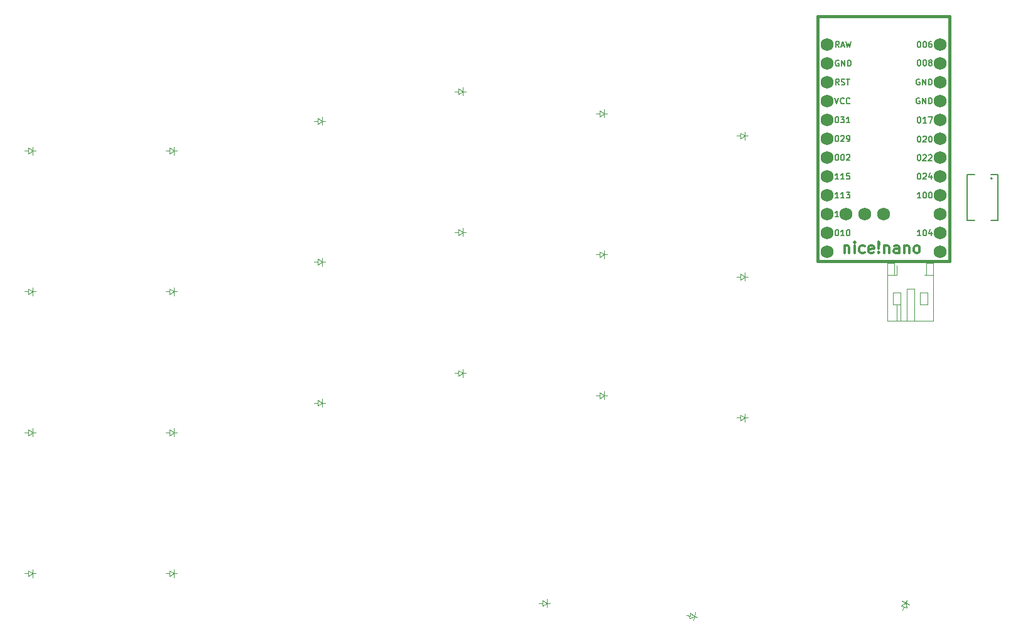
<source format=gto>
%TF.GenerationSoftware,KiCad,Pcbnew,9.0.2*%
%TF.CreationDate,2025-06-03T16:56:12+08:00*%
%TF.ProjectId,experiment,65787065-7269-46d6-956e-742e6b696361,v1.0.0*%
%TF.SameCoordinates,Original*%
%TF.FileFunction,Legend,Top*%
%TF.FilePolarity,Positive*%
%FSLAX46Y46*%
G04 Gerber Fmt 4.6, Leading zero omitted, Abs format (unit mm)*
G04 Created by KiCad (PCBNEW 9.0.2) date 2025-06-03 16:56:12*
%MOMM*%
%LPD*%
G01*
G04 APERTURE LIST*
%ADD10C,0.150000*%
%ADD11C,0.300000*%
%ADD12C,0.100000*%
%ADD13C,0.120000*%
%ADD14C,0.200000*%
%ADD15C,0.381000*%
%ADD16C,1.752600*%
G04 APERTURE END LIST*
D10*
X242331975Y-104239795D02*
X241874832Y-104239795D01*
X242103404Y-104239795D02*
X242103404Y-103439795D01*
X242103404Y-103439795D02*
X242027213Y-103554080D01*
X242027213Y-103554080D02*
X241951023Y-103630271D01*
X241951023Y-103630271D02*
X241874832Y-103668366D01*
X243093880Y-104239795D02*
X242636737Y-104239795D01*
X242865309Y-104239795D02*
X242865309Y-103439795D01*
X242865309Y-103439795D02*
X242789118Y-103554080D01*
X242789118Y-103554080D02*
X242712928Y-103630271D01*
X242712928Y-103630271D02*
X242636737Y-103668366D01*
X243817690Y-103439795D02*
X243436738Y-103439795D01*
X243436738Y-103439795D02*
X243398642Y-103820747D01*
X243398642Y-103820747D02*
X243436738Y-103782652D01*
X243436738Y-103782652D02*
X243512928Y-103744557D01*
X243512928Y-103744557D02*
X243703404Y-103744557D01*
X243703404Y-103744557D02*
X243779595Y-103782652D01*
X243779595Y-103782652D02*
X243817690Y-103820747D01*
X243817690Y-103820747D02*
X243855785Y-103896938D01*
X243855785Y-103896938D02*
X243855785Y-104087414D01*
X243855785Y-104087414D02*
X243817690Y-104163604D01*
X243817690Y-104163604D02*
X243779595Y-104201700D01*
X243779595Y-104201700D02*
X243703404Y-104239795D01*
X243703404Y-104239795D02*
X243512928Y-104239795D01*
X243512928Y-104239795D02*
X243436738Y-104201700D01*
X243436738Y-104201700D02*
X243398642Y-104163604D01*
X242065309Y-111059795D02*
X242141499Y-111059795D01*
X242141499Y-111059795D02*
X242217690Y-111097890D01*
X242217690Y-111097890D02*
X242255785Y-111135985D01*
X242255785Y-111135985D02*
X242293880Y-111212176D01*
X242293880Y-111212176D02*
X242331975Y-111364557D01*
X242331975Y-111364557D02*
X242331975Y-111555033D01*
X242331975Y-111555033D02*
X242293880Y-111707414D01*
X242293880Y-111707414D02*
X242255785Y-111783604D01*
X242255785Y-111783604D02*
X242217690Y-111821700D01*
X242217690Y-111821700D02*
X242141499Y-111859795D01*
X242141499Y-111859795D02*
X242065309Y-111859795D01*
X242065309Y-111859795D02*
X241989118Y-111821700D01*
X241989118Y-111821700D02*
X241951023Y-111783604D01*
X241951023Y-111783604D02*
X241912928Y-111707414D01*
X241912928Y-111707414D02*
X241874832Y-111555033D01*
X241874832Y-111555033D02*
X241874832Y-111364557D01*
X241874832Y-111364557D02*
X241912928Y-111212176D01*
X241912928Y-111212176D02*
X241951023Y-111135985D01*
X241951023Y-111135985D02*
X241989118Y-111097890D01*
X241989118Y-111097890D02*
X242065309Y-111059795D01*
X243093880Y-111859795D02*
X242636737Y-111859795D01*
X242865309Y-111859795D02*
X242865309Y-111059795D01*
X242865309Y-111059795D02*
X242789118Y-111174080D01*
X242789118Y-111174080D02*
X242712928Y-111250271D01*
X242712928Y-111250271D02*
X242636737Y-111288366D01*
X243589119Y-111059795D02*
X243665309Y-111059795D01*
X243665309Y-111059795D02*
X243741500Y-111097890D01*
X243741500Y-111097890D02*
X243779595Y-111135985D01*
X243779595Y-111135985D02*
X243817690Y-111212176D01*
X243817690Y-111212176D02*
X243855785Y-111364557D01*
X243855785Y-111364557D02*
X243855785Y-111555033D01*
X243855785Y-111555033D02*
X243817690Y-111707414D01*
X243817690Y-111707414D02*
X243779595Y-111783604D01*
X243779595Y-111783604D02*
X243741500Y-111821700D01*
X243741500Y-111821700D02*
X243665309Y-111859795D01*
X243665309Y-111859795D02*
X243589119Y-111859795D01*
X243589119Y-111859795D02*
X243512928Y-111821700D01*
X243512928Y-111821700D02*
X243474833Y-111783604D01*
X243474833Y-111783604D02*
X243436738Y-111707414D01*
X243436738Y-111707414D02*
X243398642Y-111555033D01*
X243398642Y-111555033D02*
X243398642Y-111364557D01*
X243398642Y-111364557D02*
X243436738Y-111212176D01*
X243436738Y-111212176D02*
X243474833Y-111135985D01*
X243474833Y-111135985D02*
X243512928Y-111097890D01*
X243512928Y-111097890D02*
X243589119Y-111059795D01*
X253253976Y-90777890D02*
X253177786Y-90739795D01*
X253177786Y-90739795D02*
X253063500Y-90739795D01*
X253063500Y-90739795D02*
X252949214Y-90777890D01*
X252949214Y-90777890D02*
X252873024Y-90854080D01*
X252873024Y-90854080D02*
X252834929Y-90930271D01*
X252834929Y-90930271D02*
X252796833Y-91082652D01*
X252796833Y-91082652D02*
X252796833Y-91196938D01*
X252796833Y-91196938D02*
X252834929Y-91349319D01*
X252834929Y-91349319D02*
X252873024Y-91425509D01*
X252873024Y-91425509D02*
X252949214Y-91501700D01*
X252949214Y-91501700D02*
X253063500Y-91539795D01*
X253063500Y-91539795D02*
X253139691Y-91539795D01*
X253139691Y-91539795D02*
X253253976Y-91501700D01*
X253253976Y-91501700D02*
X253292072Y-91463604D01*
X253292072Y-91463604D02*
X253292072Y-91196938D01*
X253292072Y-91196938D02*
X253139691Y-91196938D01*
X253634929Y-91539795D02*
X253634929Y-90739795D01*
X253634929Y-90739795D02*
X254092072Y-91539795D01*
X254092072Y-91539795D02*
X254092072Y-90739795D01*
X254473024Y-91539795D02*
X254473024Y-90739795D01*
X254473024Y-90739795D02*
X254663500Y-90739795D01*
X254663500Y-90739795D02*
X254777786Y-90777890D01*
X254777786Y-90777890D02*
X254853976Y-90854080D01*
X254853976Y-90854080D02*
X254892071Y-90930271D01*
X254892071Y-90930271D02*
X254930167Y-91082652D01*
X254930167Y-91082652D02*
X254930167Y-91196938D01*
X254930167Y-91196938D02*
X254892071Y-91349319D01*
X254892071Y-91349319D02*
X254853976Y-91425509D01*
X254853976Y-91425509D02*
X254777786Y-91501700D01*
X254777786Y-91501700D02*
X254663500Y-91539795D01*
X254663500Y-91539795D02*
X254473024Y-91539795D01*
X253139690Y-100929795D02*
X253215880Y-100929795D01*
X253215880Y-100929795D02*
X253292071Y-100967890D01*
X253292071Y-100967890D02*
X253330166Y-101005985D01*
X253330166Y-101005985D02*
X253368261Y-101082176D01*
X253368261Y-101082176D02*
X253406356Y-101234557D01*
X253406356Y-101234557D02*
X253406356Y-101425033D01*
X253406356Y-101425033D02*
X253368261Y-101577414D01*
X253368261Y-101577414D02*
X253330166Y-101653604D01*
X253330166Y-101653604D02*
X253292071Y-101691700D01*
X253292071Y-101691700D02*
X253215880Y-101729795D01*
X253215880Y-101729795D02*
X253139690Y-101729795D01*
X253139690Y-101729795D02*
X253063499Y-101691700D01*
X253063499Y-101691700D02*
X253025404Y-101653604D01*
X253025404Y-101653604D02*
X252987309Y-101577414D01*
X252987309Y-101577414D02*
X252949213Y-101425033D01*
X252949213Y-101425033D02*
X252949213Y-101234557D01*
X252949213Y-101234557D02*
X252987309Y-101082176D01*
X252987309Y-101082176D02*
X253025404Y-101005985D01*
X253025404Y-101005985D02*
X253063499Y-100967890D01*
X253063499Y-100967890D02*
X253139690Y-100929795D01*
X253711118Y-101005985D02*
X253749214Y-100967890D01*
X253749214Y-100967890D02*
X253825404Y-100929795D01*
X253825404Y-100929795D02*
X254015880Y-100929795D01*
X254015880Y-100929795D02*
X254092071Y-100967890D01*
X254092071Y-100967890D02*
X254130166Y-101005985D01*
X254130166Y-101005985D02*
X254168261Y-101082176D01*
X254168261Y-101082176D02*
X254168261Y-101158366D01*
X254168261Y-101158366D02*
X254130166Y-101272652D01*
X254130166Y-101272652D02*
X253673023Y-101729795D01*
X253673023Y-101729795D02*
X254168261Y-101729795D01*
X254473023Y-101005985D02*
X254511119Y-100967890D01*
X254511119Y-100967890D02*
X254587309Y-100929795D01*
X254587309Y-100929795D02*
X254777785Y-100929795D01*
X254777785Y-100929795D02*
X254853976Y-100967890D01*
X254853976Y-100967890D02*
X254892071Y-101005985D01*
X254892071Y-101005985D02*
X254930166Y-101082176D01*
X254930166Y-101082176D02*
X254930166Y-101158366D01*
X254930166Y-101158366D02*
X254892071Y-101272652D01*
X254892071Y-101272652D02*
X254434928Y-101729795D01*
X254434928Y-101729795D02*
X254930166Y-101729795D01*
X253253976Y-93317890D02*
X253177786Y-93279795D01*
X253177786Y-93279795D02*
X253063500Y-93279795D01*
X253063500Y-93279795D02*
X252949214Y-93317890D01*
X252949214Y-93317890D02*
X252873024Y-93394080D01*
X252873024Y-93394080D02*
X252834929Y-93470271D01*
X252834929Y-93470271D02*
X252796833Y-93622652D01*
X252796833Y-93622652D02*
X252796833Y-93736938D01*
X252796833Y-93736938D02*
X252834929Y-93889319D01*
X252834929Y-93889319D02*
X252873024Y-93965509D01*
X252873024Y-93965509D02*
X252949214Y-94041700D01*
X252949214Y-94041700D02*
X253063500Y-94079795D01*
X253063500Y-94079795D02*
X253139691Y-94079795D01*
X253139691Y-94079795D02*
X253253976Y-94041700D01*
X253253976Y-94041700D02*
X253292072Y-94003604D01*
X253292072Y-94003604D02*
X253292072Y-93736938D01*
X253292072Y-93736938D02*
X253139691Y-93736938D01*
X253634929Y-94079795D02*
X253634929Y-93279795D01*
X253634929Y-93279795D02*
X254092072Y-94079795D01*
X254092072Y-94079795D02*
X254092072Y-93279795D01*
X254473024Y-94079795D02*
X254473024Y-93279795D01*
X254473024Y-93279795D02*
X254663500Y-93279795D01*
X254663500Y-93279795D02*
X254777786Y-93317890D01*
X254777786Y-93317890D02*
X254853976Y-93394080D01*
X254853976Y-93394080D02*
X254892071Y-93470271D01*
X254892071Y-93470271D02*
X254930167Y-93622652D01*
X254930167Y-93622652D02*
X254930167Y-93736938D01*
X254930167Y-93736938D02*
X254892071Y-93889319D01*
X254892071Y-93889319D02*
X254853976Y-93965509D01*
X254853976Y-93965509D02*
X254777786Y-94041700D01*
X254777786Y-94041700D02*
X254663500Y-94079795D01*
X254663500Y-94079795D02*
X254473024Y-94079795D01*
X242065309Y-95819795D02*
X242141499Y-95819795D01*
X242141499Y-95819795D02*
X242217690Y-95857890D01*
X242217690Y-95857890D02*
X242255785Y-95895985D01*
X242255785Y-95895985D02*
X242293880Y-95972176D01*
X242293880Y-95972176D02*
X242331975Y-96124557D01*
X242331975Y-96124557D02*
X242331975Y-96315033D01*
X242331975Y-96315033D02*
X242293880Y-96467414D01*
X242293880Y-96467414D02*
X242255785Y-96543604D01*
X242255785Y-96543604D02*
X242217690Y-96581700D01*
X242217690Y-96581700D02*
X242141499Y-96619795D01*
X242141499Y-96619795D02*
X242065309Y-96619795D01*
X242065309Y-96619795D02*
X241989118Y-96581700D01*
X241989118Y-96581700D02*
X241951023Y-96543604D01*
X241951023Y-96543604D02*
X241912928Y-96467414D01*
X241912928Y-96467414D02*
X241874832Y-96315033D01*
X241874832Y-96315033D02*
X241874832Y-96124557D01*
X241874832Y-96124557D02*
X241912928Y-95972176D01*
X241912928Y-95972176D02*
X241951023Y-95895985D01*
X241951023Y-95895985D02*
X241989118Y-95857890D01*
X241989118Y-95857890D02*
X242065309Y-95819795D01*
X242598642Y-95819795D02*
X243093880Y-95819795D01*
X243093880Y-95819795D02*
X242827214Y-96124557D01*
X242827214Y-96124557D02*
X242941499Y-96124557D01*
X242941499Y-96124557D02*
X243017690Y-96162652D01*
X243017690Y-96162652D02*
X243055785Y-96200747D01*
X243055785Y-96200747D02*
X243093880Y-96276938D01*
X243093880Y-96276938D02*
X243093880Y-96467414D01*
X243093880Y-96467414D02*
X243055785Y-96543604D01*
X243055785Y-96543604D02*
X243017690Y-96581700D01*
X243017690Y-96581700D02*
X242941499Y-96619795D01*
X242941499Y-96619795D02*
X242712928Y-96619795D01*
X242712928Y-96619795D02*
X242636737Y-96581700D01*
X242636737Y-96581700D02*
X242598642Y-96543604D01*
X243855785Y-96619795D02*
X243398642Y-96619795D01*
X243627214Y-96619795D02*
X243627214Y-95819795D01*
X243627214Y-95819795D02*
X243551023Y-95934080D01*
X243551023Y-95934080D02*
X243474833Y-96010271D01*
X243474833Y-96010271D02*
X243398642Y-96048366D01*
D11*
X243112785Y-113207828D02*
X243112785Y-114207828D01*
X243112785Y-113350685D02*
X243184214Y-113279257D01*
X243184214Y-113279257D02*
X243327071Y-113207828D01*
X243327071Y-113207828D02*
X243541357Y-113207828D01*
X243541357Y-113207828D02*
X243684214Y-113279257D01*
X243684214Y-113279257D02*
X243755643Y-113422114D01*
X243755643Y-113422114D02*
X243755643Y-114207828D01*
X244469928Y-114207828D02*
X244469928Y-113207828D01*
X244469928Y-112707828D02*
X244398500Y-112779257D01*
X244398500Y-112779257D02*
X244469928Y-112850685D01*
X244469928Y-112850685D02*
X244541357Y-112779257D01*
X244541357Y-112779257D02*
X244469928Y-112707828D01*
X244469928Y-112707828D02*
X244469928Y-112850685D01*
X245827072Y-114136400D02*
X245684214Y-114207828D01*
X245684214Y-114207828D02*
X245398500Y-114207828D01*
X245398500Y-114207828D02*
X245255643Y-114136400D01*
X245255643Y-114136400D02*
X245184214Y-114064971D01*
X245184214Y-114064971D02*
X245112786Y-113922114D01*
X245112786Y-113922114D02*
X245112786Y-113493542D01*
X245112786Y-113493542D02*
X245184214Y-113350685D01*
X245184214Y-113350685D02*
X245255643Y-113279257D01*
X245255643Y-113279257D02*
X245398500Y-113207828D01*
X245398500Y-113207828D02*
X245684214Y-113207828D01*
X245684214Y-113207828D02*
X245827072Y-113279257D01*
X247041357Y-114136400D02*
X246898500Y-114207828D01*
X246898500Y-114207828D02*
X246612786Y-114207828D01*
X246612786Y-114207828D02*
X246469928Y-114136400D01*
X246469928Y-114136400D02*
X246398500Y-113993542D01*
X246398500Y-113993542D02*
X246398500Y-113422114D01*
X246398500Y-113422114D02*
X246469928Y-113279257D01*
X246469928Y-113279257D02*
X246612786Y-113207828D01*
X246612786Y-113207828D02*
X246898500Y-113207828D01*
X246898500Y-113207828D02*
X247041357Y-113279257D01*
X247041357Y-113279257D02*
X247112786Y-113422114D01*
X247112786Y-113422114D02*
X247112786Y-113564971D01*
X247112786Y-113564971D02*
X246398500Y-113707828D01*
X247755642Y-114064971D02*
X247827071Y-114136400D01*
X247827071Y-114136400D02*
X247755642Y-114207828D01*
X247755642Y-114207828D02*
X247684214Y-114136400D01*
X247684214Y-114136400D02*
X247755642Y-114064971D01*
X247755642Y-114064971D02*
X247755642Y-114207828D01*
X247755642Y-113636400D02*
X247684214Y-112779257D01*
X247684214Y-112779257D02*
X247755642Y-112707828D01*
X247755642Y-112707828D02*
X247827071Y-112779257D01*
X247827071Y-112779257D02*
X247755642Y-113636400D01*
X247755642Y-113636400D02*
X247755642Y-112707828D01*
X248469928Y-113207828D02*
X248469928Y-114207828D01*
X248469928Y-113350685D02*
X248541357Y-113279257D01*
X248541357Y-113279257D02*
X248684214Y-113207828D01*
X248684214Y-113207828D02*
X248898500Y-113207828D01*
X248898500Y-113207828D02*
X249041357Y-113279257D01*
X249041357Y-113279257D02*
X249112786Y-113422114D01*
X249112786Y-113422114D02*
X249112786Y-114207828D01*
X250469929Y-114207828D02*
X250469929Y-113422114D01*
X250469929Y-113422114D02*
X250398500Y-113279257D01*
X250398500Y-113279257D02*
X250255643Y-113207828D01*
X250255643Y-113207828D02*
X249969929Y-113207828D01*
X249969929Y-113207828D02*
X249827071Y-113279257D01*
X250469929Y-114136400D02*
X250327071Y-114207828D01*
X250327071Y-114207828D02*
X249969929Y-114207828D01*
X249969929Y-114207828D02*
X249827071Y-114136400D01*
X249827071Y-114136400D02*
X249755643Y-113993542D01*
X249755643Y-113993542D02*
X249755643Y-113850685D01*
X249755643Y-113850685D02*
X249827071Y-113707828D01*
X249827071Y-113707828D02*
X249969929Y-113636400D01*
X249969929Y-113636400D02*
X250327071Y-113636400D01*
X250327071Y-113636400D02*
X250469929Y-113564971D01*
X251184214Y-113207828D02*
X251184214Y-114207828D01*
X251184214Y-113350685D02*
X251255643Y-113279257D01*
X251255643Y-113279257D02*
X251398500Y-113207828D01*
X251398500Y-113207828D02*
X251612786Y-113207828D01*
X251612786Y-113207828D02*
X251755643Y-113279257D01*
X251755643Y-113279257D02*
X251827072Y-113422114D01*
X251827072Y-113422114D02*
X251827072Y-114207828D01*
X252755643Y-114207828D02*
X252612786Y-114136400D01*
X252612786Y-114136400D02*
X252541357Y-114064971D01*
X252541357Y-114064971D02*
X252469929Y-113922114D01*
X252469929Y-113922114D02*
X252469929Y-113493542D01*
X252469929Y-113493542D02*
X252541357Y-113350685D01*
X252541357Y-113350685D02*
X252612786Y-113279257D01*
X252612786Y-113279257D02*
X252755643Y-113207828D01*
X252755643Y-113207828D02*
X252969929Y-113207828D01*
X252969929Y-113207828D02*
X253112786Y-113279257D01*
X253112786Y-113279257D02*
X253184215Y-113350685D01*
X253184215Y-113350685D02*
X253255643Y-113493542D01*
X253255643Y-113493542D02*
X253255643Y-113922114D01*
X253255643Y-113922114D02*
X253184215Y-114064971D01*
X253184215Y-114064971D02*
X253112786Y-114136400D01*
X253112786Y-114136400D02*
X252969929Y-114207828D01*
X252969929Y-114207828D02*
X252755643Y-114207828D01*
D10*
X253139690Y-103439795D02*
X253215880Y-103439795D01*
X253215880Y-103439795D02*
X253292071Y-103477890D01*
X253292071Y-103477890D02*
X253330166Y-103515985D01*
X253330166Y-103515985D02*
X253368261Y-103592176D01*
X253368261Y-103592176D02*
X253406356Y-103744557D01*
X253406356Y-103744557D02*
X253406356Y-103935033D01*
X253406356Y-103935033D02*
X253368261Y-104087414D01*
X253368261Y-104087414D02*
X253330166Y-104163604D01*
X253330166Y-104163604D02*
X253292071Y-104201700D01*
X253292071Y-104201700D02*
X253215880Y-104239795D01*
X253215880Y-104239795D02*
X253139690Y-104239795D01*
X253139690Y-104239795D02*
X253063499Y-104201700D01*
X253063499Y-104201700D02*
X253025404Y-104163604D01*
X253025404Y-104163604D02*
X252987309Y-104087414D01*
X252987309Y-104087414D02*
X252949213Y-103935033D01*
X252949213Y-103935033D02*
X252949213Y-103744557D01*
X252949213Y-103744557D02*
X252987309Y-103592176D01*
X252987309Y-103592176D02*
X253025404Y-103515985D01*
X253025404Y-103515985D02*
X253063499Y-103477890D01*
X253063499Y-103477890D02*
X253139690Y-103439795D01*
X253711118Y-103515985D02*
X253749214Y-103477890D01*
X253749214Y-103477890D02*
X253825404Y-103439795D01*
X253825404Y-103439795D02*
X254015880Y-103439795D01*
X254015880Y-103439795D02*
X254092071Y-103477890D01*
X254092071Y-103477890D02*
X254130166Y-103515985D01*
X254130166Y-103515985D02*
X254168261Y-103592176D01*
X254168261Y-103592176D02*
X254168261Y-103668366D01*
X254168261Y-103668366D02*
X254130166Y-103782652D01*
X254130166Y-103782652D02*
X253673023Y-104239795D01*
X253673023Y-104239795D02*
X254168261Y-104239795D01*
X254853976Y-103706461D02*
X254853976Y-104239795D01*
X254663500Y-103401700D02*
X254473023Y-103973128D01*
X254473023Y-103973128D02*
X254968262Y-103973128D01*
X253139690Y-85659795D02*
X253215880Y-85659795D01*
X253215880Y-85659795D02*
X253292071Y-85697890D01*
X253292071Y-85697890D02*
X253330166Y-85735985D01*
X253330166Y-85735985D02*
X253368261Y-85812176D01*
X253368261Y-85812176D02*
X253406356Y-85964557D01*
X253406356Y-85964557D02*
X253406356Y-86155033D01*
X253406356Y-86155033D02*
X253368261Y-86307414D01*
X253368261Y-86307414D02*
X253330166Y-86383604D01*
X253330166Y-86383604D02*
X253292071Y-86421700D01*
X253292071Y-86421700D02*
X253215880Y-86459795D01*
X253215880Y-86459795D02*
X253139690Y-86459795D01*
X253139690Y-86459795D02*
X253063499Y-86421700D01*
X253063499Y-86421700D02*
X253025404Y-86383604D01*
X253025404Y-86383604D02*
X252987309Y-86307414D01*
X252987309Y-86307414D02*
X252949213Y-86155033D01*
X252949213Y-86155033D02*
X252949213Y-85964557D01*
X252949213Y-85964557D02*
X252987309Y-85812176D01*
X252987309Y-85812176D02*
X253025404Y-85735985D01*
X253025404Y-85735985D02*
X253063499Y-85697890D01*
X253063499Y-85697890D02*
X253139690Y-85659795D01*
X253901595Y-85659795D02*
X253977785Y-85659795D01*
X253977785Y-85659795D02*
X254053976Y-85697890D01*
X254053976Y-85697890D02*
X254092071Y-85735985D01*
X254092071Y-85735985D02*
X254130166Y-85812176D01*
X254130166Y-85812176D02*
X254168261Y-85964557D01*
X254168261Y-85964557D02*
X254168261Y-86155033D01*
X254168261Y-86155033D02*
X254130166Y-86307414D01*
X254130166Y-86307414D02*
X254092071Y-86383604D01*
X254092071Y-86383604D02*
X254053976Y-86421700D01*
X254053976Y-86421700D02*
X253977785Y-86459795D01*
X253977785Y-86459795D02*
X253901595Y-86459795D01*
X253901595Y-86459795D02*
X253825404Y-86421700D01*
X253825404Y-86421700D02*
X253787309Y-86383604D01*
X253787309Y-86383604D02*
X253749214Y-86307414D01*
X253749214Y-86307414D02*
X253711118Y-86155033D01*
X253711118Y-86155033D02*
X253711118Y-85964557D01*
X253711118Y-85964557D02*
X253749214Y-85812176D01*
X253749214Y-85812176D02*
X253787309Y-85735985D01*
X253787309Y-85735985D02*
X253825404Y-85697890D01*
X253825404Y-85697890D02*
X253901595Y-85659795D01*
X254853976Y-85659795D02*
X254701595Y-85659795D01*
X254701595Y-85659795D02*
X254625404Y-85697890D01*
X254625404Y-85697890D02*
X254587309Y-85735985D01*
X254587309Y-85735985D02*
X254511119Y-85850271D01*
X254511119Y-85850271D02*
X254473023Y-86002652D01*
X254473023Y-86002652D02*
X254473023Y-86307414D01*
X254473023Y-86307414D02*
X254511119Y-86383604D01*
X254511119Y-86383604D02*
X254549214Y-86421700D01*
X254549214Y-86421700D02*
X254625404Y-86459795D01*
X254625404Y-86459795D02*
X254777785Y-86459795D01*
X254777785Y-86459795D02*
X254853976Y-86421700D01*
X254853976Y-86421700D02*
X254892071Y-86383604D01*
X254892071Y-86383604D02*
X254930166Y-86307414D01*
X254930166Y-86307414D02*
X254930166Y-86116938D01*
X254930166Y-86116938D02*
X254892071Y-86040747D01*
X254892071Y-86040747D02*
X254853976Y-86002652D01*
X254853976Y-86002652D02*
X254777785Y-85964557D01*
X254777785Y-85964557D02*
X254625404Y-85964557D01*
X254625404Y-85964557D02*
X254549214Y-86002652D01*
X254549214Y-86002652D02*
X254511119Y-86040747D01*
X254511119Y-86040747D02*
X254473023Y-86116938D01*
X242376405Y-91539795D02*
X242109738Y-91158842D01*
X241919262Y-91539795D02*
X241919262Y-90739795D01*
X241919262Y-90739795D02*
X242224024Y-90739795D01*
X242224024Y-90739795D02*
X242300214Y-90777890D01*
X242300214Y-90777890D02*
X242338309Y-90815985D01*
X242338309Y-90815985D02*
X242376405Y-90892176D01*
X242376405Y-90892176D02*
X242376405Y-91006461D01*
X242376405Y-91006461D02*
X242338309Y-91082652D01*
X242338309Y-91082652D02*
X242300214Y-91120747D01*
X242300214Y-91120747D02*
X242224024Y-91158842D01*
X242224024Y-91158842D02*
X241919262Y-91158842D01*
X242681166Y-91501700D02*
X242795452Y-91539795D01*
X242795452Y-91539795D02*
X242985928Y-91539795D01*
X242985928Y-91539795D02*
X243062119Y-91501700D01*
X243062119Y-91501700D02*
X243100214Y-91463604D01*
X243100214Y-91463604D02*
X243138309Y-91387414D01*
X243138309Y-91387414D02*
X243138309Y-91311223D01*
X243138309Y-91311223D02*
X243100214Y-91235033D01*
X243100214Y-91235033D02*
X243062119Y-91196938D01*
X243062119Y-91196938D02*
X242985928Y-91158842D01*
X242985928Y-91158842D02*
X242833547Y-91120747D01*
X242833547Y-91120747D02*
X242757357Y-91082652D01*
X242757357Y-91082652D02*
X242719262Y-91044557D01*
X242719262Y-91044557D02*
X242681166Y-90968366D01*
X242681166Y-90968366D02*
X242681166Y-90892176D01*
X242681166Y-90892176D02*
X242719262Y-90815985D01*
X242719262Y-90815985D02*
X242757357Y-90777890D01*
X242757357Y-90777890D02*
X242833547Y-90739795D01*
X242833547Y-90739795D02*
X243024024Y-90739795D01*
X243024024Y-90739795D02*
X243138309Y-90777890D01*
X243366881Y-90739795D02*
X243824024Y-90739795D01*
X243595452Y-91539795D02*
X243595452Y-90739795D01*
X253139690Y-95829795D02*
X253215880Y-95829795D01*
X253215880Y-95829795D02*
X253292071Y-95867890D01*
X253292071Y-95867890D02*
X253330166Y-95905985D01*
X253330166Y-95905985D02*
X253368261Y-95982176D01*
X253368261Y-95982176D02*
X253406356Y-96134557D01*
X253406356Y-96134557D02*
X253406356Y-96325033D01*
X253406356Y-96325033D02*
X253368261Y-96477414D01*
X253368261Y-96477414D02*
X253330166Y-96553604D01*
X253330166Y-96553604D02*
X253292071Y-96591700D01*
X253292071Y-96591700D02*
X253215880Y-96629795D01*
X253215880Y-96629795D02*
X253139690Y-96629795D01*
X253139690Y-96629795D02*
X253063499Y-96591700D01*
X253063499Y-96591700D02*
X253025404Y-96553604D01*
X253025404Y-96553604D02*
X252987309Y-96477414D01*
X252987309Y-96477414D02*
X252949213Y-96325033D01*
X252949213Y-96325033D02*
X252949213Y-96134557D01*
X252949213Y-96134557D02*
X252987309Y-95982176D01*
X252987309Y-95982176D02*
X253025404Y-95905985D01*
X253025404Y-95905985D02*
X253063499Y-95867890D01*
X253063499Y-95867890D02*
X253139690Y-95829795D01*
X254168261Y-96629795D02*
X253711118Y-96629795D01*
X253939690Y-96629795D02*
X253939690Y-95829795D01*
X253939690Y-95829795D02*
X253863499Y-95944080D01*
X253863499Y-95944080D02*
X253787309Y-96020271D01*
X253787309Y-96020271D02*
X253711118Y-96058366D01*
X254434928Y-95829795D02*
X254968262Y-95829795D01*
X254968262Y-95829795D02*
X254625404Y-96629795D01*
X242376404Y-86459795D02*
X242109737Y-86078842D01*
X241919261Y-86459795D02*
X241919261Y-85659795D01*
X241919261Y-85659795D02*
X242224023Y-85659795D01*
X242224023Y-85659795D02*
X242300213Y-85697890D01*
X242300213Y-85697890D02*
X242338308Y-85735985D01*
X242338308Y-85735985D02*
X242376404Y-85812176D01*
X242376404Y-85812176D02*
X242376404Y-85926461D01*
X242376404Y-85926461D02*
X242338308Y-86002652D01*
X242338308Y-86002652D02*
X242300213Y-86040747D01*
X242300213Y-86040747D02*
X242224023Y-86078842D01*
X242224023Y-86078842D02*
X241919261Y-86078842D01*
X242681165Y-86231223D02*
X243062118Y-86231223D01*
X242604975Y-86459795D02*
X242871642Y-85659795D01*
X242871642Y-85659795D02*
X243138308Y-86459795D01*
X243328784Y-85659795D02*
X243519260Y-86459795D01*
X243519260Y-86459795D02*
X243671641Y-85888366D01*
X243671641Y-85888366D02*
X243824022Y-86459795D01*
X243824022Y-86459795D02*
X244014499Y-85659795D01*
X242065309Y-98359795D02*
X242141499Y-98359795D01*
X242141499Y-98359795D02*
X242217690Y-98397890D01*
X242217690Y-98397890D02*
X242255785Y-98435985D01*
X242255785Y-98435985D02*
X242293880Y-98512176D01*
X242293880Y-98512176D02*
X242331975Y-98664557D01*
X242331975Y-98664557D02*
X242331975Y-98855033D01*
X242331975Y-98855033D02*
X242293880Y-99007414D01*
X242293880Y-99007414D02*
X242255785Y-99083604D01*
X242255785Y-99083604D02*
X242217690Y-99121700D01*
X242217690Y-99121700D02*
X242141499Y-99159795D01*
X242141499Y-99159795D02*
X242065309Y-99159795D01*
X242065309Y-99159795D02*
X241989118Y-99121700D01*
X241989118Y-99121700D02*
X241951023Y-99083604D01*
X241951023Y-99083604D02*
X241912928Y-99007414D01*
X241912928Y-99007414D02*
X241874832Y-98855033D01*
X241874832Y-98855033D02*
X241874832Y-98664557D01*
X241874832Y-98664557D02*
X241912928Y-98512176D01*
X241912928Y-98512176D02*
X241951023Y-98435985D01*
X241951023Y-98435985D02*
X241989118Y-98397890D01*
X241989118Y-98397890D02*
X242065309Y-98359795D01*
X242636737Y-98435985D02*
X242674833Y-98397890D01*
X242674833Y-98397890D02*
X242751023Y-98359795D01*
X242751023Y-98359795D02*
X242941499Y-98359795D01*
X242941499Y-98359795D02*
X243017690Y-98397890D01*
X243017690Y-98397890D02*
X243055785Y-98435985D01*
X243055785Y-98435985D02*
X243093880Y-98512176D01*
X243093880Y-98512176D02*
X243093880Y-98588366D01*
X243093880Y-98588366D02*
X243055785Y-98702652D01*
X243055785Y-98702652D02*
X242598642Y-99159795D01*
X242598642Y-99159795D02*
X243093880Y-99159795D01*
X243474833Y-99159795D02*
X243627214Y-99159795D01*
X243627214Y-99159795D02*
X243703404Y-99121700D01*
X243703404Y-99121700D02*
X243741500Y-99083604D01*
X243741500Y-99083604D02*
X243817690Y-98969319D01*
X243817690Y-98969319D02*
X243855785Y-98816938D01*
X243855785Y-98816938D02*
X243855785Y-98512176D01*
X243855785Y-98512176D02*
X243817690Y-98435985D01*
X243817690Y-98435985D02*
X243779595Y-98397890D01*
X243779595Y-98397890D02*
X243703404Y-98359795D01*
X243703404Y-98359795D02*
X243551023Y-98359795D01*
X243551023Y-98359795D02*
X243474833Y-98397890D01*
X243474833Y-98397890D02*
X243436738Y-98435985D01*
X243436738Y-98435985D02*
X243398642Y-98512176D01*
X243398642Y-98512176D02*
X243398642Y-98702652D01*
X243398642Y-98702652D02*
X243436738Y-98778842D01*
X243436738Y-98778842D02*
X243474833Y-98816938D01*
X243474833Y-98816938D02*
X243551023Y-98855033D01*
X243551023Y-98855033D02*
X243703404Y-98855033D01*
X243703404Y-98855033D02*
X243779595Y-98816938D01*
X243779595Y-98816938D02*
X243817690Y-98778842D01*
X243817690Y-98778842D02*
X243855785Y-98702652D01*
X253139690Y-98429795D02*
X253215880Y-98429795D01*
X253215880Y-98429795D02*
X253292071Y-98467890D01*
X253292071Y-98467890D02*
X253330166Y-98505985D01*
X253330166Y-98505985D02*
X253368261Y-98582176D01*
X253368261Y-98582176D02*
X253406356Y-98734557D01*
X253406356Y-98734557D02*
X253406356Y-98925033D01*
X253406356Y-98925033D02*
X253368261Y-99077414D01*
X253368261Y-99077414D02*
X253330166Y-99153604D01*
X253330166Y-99153604D02*
X253292071Y-99191700D01*
X253292071Y-99191700D02*
X253215880Y-99229795D01*
X253215880Y-99229795D02*
X253139690Y-99229795D01*
X253139690Y-99229795D02*
X253063499Y-99191700D01*
X253063499Y-99191700D02*
X253025404Y-99153604D01*
X253025404Y-99153604D02*
X252987309Y-99077414D01*
X252987309Y-99077414D02*
X252949213Y-98925033D01*
X252949213Y-98925033D02*
X252949213Y-98734557D01*
X252949213Y-98734557D02*
X252987309Y-98582176D01*
X252987309Y-98582176D02*
X253025404Y-98505985D01*
X253025404Y-98505985D02*
X253063499Y-98467890D01*
X253063499Y-98467890D02*
X253139690Y-98429795D01*
X253711118Y-98505985D02*
X253749214Y-98467890D01*
X253749214Y-98467890D02*
X253825404Y-98429795D01*
X253825404Y-98429795D02*
X254015880Y-98429795D01*
X254015880Y-98429795D02*
X254092071Y-98467890D01*
X254092071Y-98467890D02*
X254130166Y-98505985D01*
X254130166Y-98505985D02*
X254168261Y-98582176D01*
X254168261Y-98582176D02*
X254168261Y-98658366D01*
X254168261Y-98658366D02*
X254130166Y-98772652D01*
X254130166Y-98772652D02*
X253673023Y-99229795D01*
X253673023Y-99229795D02*
X254168261Y-99229795D01*
X254663500Y-98429795D02*
X254739690Y-98429795D01*
X254739690Y-98429795D02*
X254815881Y-98467890D01*
X254815881Y-98467890D02*
X254853976Y-98505985D01*
X254853976Y-98505985D02*
X254892071Y-98582176D01*
X254892071Y-98582176D02*
X254930166Y-98734557D01*
X254930166Y-98734557D02*
X254930166Y-98925033D01*
X254930166Y-98925033D02*
X254892071Y-99077414D01*
X254892071Y-99077414D02*
X254853976Y-99153604D01*
X254853976Y-99153604D02*
X254815881Y-99191700D01*
X254815881Y-99191700D02*
X254739690Y-99229795D01*
X254739690Y-99229795D02*
X254663500Y-99229795D01*
X254663500Y-99229795D02*
X254587309Y-99191700D01*
X254587309Y-99191700D02*
X254549214Y-99153604D01*
X254549214Y-99153604D02*
X254511119Y-99077414D01*
X254511119Y-99077414D02*
X254473023Y-98925033D01*
X254473023Y-98925033D02*
X254473023Y-98734557D01*
X254473023Y-98734557D02*
X254511119Y-98582176D01*
X254511119Y-98582176D02*
X254549214Y-98505985D01*
X254549214Y-98505985D02*
X254587309Y-98467890D01*
X254587309Y-98467890D02*
X254663500Y-98429795D01*
X253406356Y-106779795D02*
X252949213Y-106779795D01*
X253177785Y-106779795D02*
X253177785Y-105979795D01*
X253177785Y-105979795D02*
X253101594Y-106094080D01*
X253101594Y-106094080D02*
X253025404Y-106170271D01*
X253025404Y-106170271D02*
X252949213Y-106208366D01*
X253901595Y-105979795D02*
X253977785Y-105979795D01*
X253977785Y-105979795D02*
X254053976Y-106017890D01*
X254053976Y-106017890D02*
X254092071Y-106055985D01*
X254092071Y-106055985D02*
X254130166Y-106132176D01*
X254130166Y-106132176D02*
X254168261Y-106284557D01*
X254168261Y-106284557D02*
X254168261Y-106475033D01*
X254168261Y-106475033D02*
X254130166Y-106627414D01*
X254130166Y-106627414D02*
X254092071Y-106703604D01*
X254092071Y-106703604D02*
X254053976Y-106741700D01*
X254053976Y-106741700D02*
X253977785Y-106779795D01*
X253977785Y-106779795D02*
X253901595Y-106779795D01*
X253901595Y-106779795D02*
X253825404Y-106741700D01*
X253825404Y-106741700D02*
X253787309Y-106703604D01*
X253787309Y-106703604D02*
X253749214Y-106627414D01*
X253749214Y-106627414D02*
X253711118Y-106475033D01*
X253711118Y-106475033D02*
X253711118Y-106284557D01*
X253711118Y-106284557D02*
X253749214Y-106132176D01*
X253749214Y-106132176D02*
X253787309Y-106055985D01*
X253787309Y-106055985D02*
X253825404Y-106017890D01*
X253825404Y-106017890D02*
X253901595Y-105979795D01*
X254663500Y-105979795D02*
X254739690Y-105979795D01*
X254739690Y-105979795D02*
X254815881Y-106017890D01*
X254815881Y-106017890D02*
X254853976Y-106055985D01*
X254853976Y-106055985D02*
X254892071Y-106132176D01*
X254892071Y-106132176D02*
X254930166Y-106284557D01*
X254930166Y-106284557D02*
X254930166Y-106475033D01*
X254930166Y-106475033D02*
X254892071Y-106627414D01*
X254892071Y-106627414D02*
X254853976Y-106703604D01*
X254853976Y-106703604D02*
X254815881Y-106741700D01*
X254815881Y-106741700D02*
X254739690Y-106779795D01*
X254739690Y-106779795D02*
X254663500Y-106779795D01*
X254663500Y-106779795D02*
X254587309Y-106741700D01*
X254587309Y-106741700D02*
X254549214Y-106703604D01*
X254549214Y-106703604D02*
X254511119Y-106627414D01*
X254511119Y-106627414D02*
X254473023Y-106475033D01*
X254473023Y-106475033D02*
X254473023Y-106284557D01*
X254473023Y-106284557D02*
X254511119Y-106132176D01*
X254511119Y-106132176D02*
X254549214Y-106055985D01*
X254549214Y-106055985D02*
X254587309Y-106017890D01*
X254587309Y-106017890D02*
X254663500Y-105979795D01*
X242338309Y-88237890D02*
X242262119Y-88199795D01*
X242262119Y-88199795D02*
X242147833Y-88199795D01*
X242147833Y-88199795D02*
X242033547Y-88237890D01*
X242033547Y-88237890D02*
X241957357Y-88314080D01*
X241957357Y-88314080D02*
X241919262Y-88390271D01*
X241919262Y-88390271D02*
X241881166Y-88542652D01*
X241881166Y-88542652D02*
X241881166Y-88656938D01*
X241881166Y-88656938D02*
X241919262Y-88809319D01*
X241919262Y-88809319D02*
X241957357Y-88885509D01*
X241957357Y-88885509D02*
X242033547Y-88961700D01*
X242033547Y-88961700D02*
X242147833Y-88999795D01*
X242147833Y-88999795D02*
X242224024Y-88999795D01*
X242224024Y-88999795D02*
X242338309Y-88961700D01*
X242338309Y-88961700D02*
X242376405Y-88923604D01*
X242376405Y-88923604D02*
X242376405Y-88656938D01*
X242376405Y-88656938D02*
X242224024Y-88656938D01*
X242719262Y-88999795D02*
X242719262Y-88199795D01*
X242719262Y-88199795D02*
X243176405Y-88999795D01*
X243176405Y-88999795D02*
X243176405Y-88199795D01*
X243557357Y-88999795D02*
X243557357Y-88199795D01*
X243557357Y-88199795D02*
X243747833Y-88199795D01*
X243747833Y-88199795D02*
X243862119Y-88237890D01*
X243862119Y-88237890D02*
X243938309Y-88314080D01*
X243938309Y-88314080D02*
X243976404Y-88390271D01*
X243976404Y-88390271D02*
X244014500Y-88542652D01*
X244014500Y-88542652D02*
X244014500Y-88656938D01*
X244014500Y-88656938D02*
X243976404Y-88809319D01*
X243976404Y-88809319D02*
X243938309Y-88885509D01*
X243938309Y-88885509D02*
X243862119Y-88961700D01*
X243862119Y-88961700D02*
X243747833Y-88999795D01*
X243747833Y-88999795D02*
X243557357Y-88999795D01*
X242331975Y-106779795D02*
X241874832Y-106779795D01*
X242103404Y-106779795D02*
X242103404Y-105979795D01*
X242103404Y-105979795D02*
X242027213Y-106094080D01*
X242027213Y-106094080D02*
X241951023Y-106170271D01*
X241951023Y-106170271D02*
X241874832Y-106208366D01*
X243093880Y-106779795D02*
X242636737Y-106779795D01*
X242865309Y-106779795D02*
X242865309Y-105979795D01*
X242865309Y-105979795D02*
X242789118Y-106094080D01*
X242789118Y-106094080D02*
X242712928Y-106170271D01*
X242712928Y-106170271D02*
X242636737Y-106208366D01*
X243360547Y-105979795D02*
X243855785Y-105979795D01*
X243855785Y-105979795D02*
X243589119Y-106284557D01*
X243589119Y-106284557D02*
X243703404Y-106284557D01*
X243703404Y-106284557D02*
X243779595Y-106322652D01*
X243779595Y-106322652D02*
X243817690Y-106360747D01*
X243817690Y-106360747D02*
X243855785Y-106436938D01*
X243855785Y-106436938D02*
X243855785Y-106627414D01*
X243855785Y-106627414D02*
X243817690Y-106703604D01*
X243817690Y-106703604D02*
X243779595Y-106741700D01*
X243779595Y-106741700D02*
X243703404Y-106779795D01*
X243703404Y-106779795D02*
X243474833Y-106779795D01*
X243474833Y-106779795D02*
X243398642Y-106741700D01*
X243398642Y-106741700D02*
X243360547Y-106703604D01*
X242331975Y-109319795D02*
X241874832Y-109319795D01*
X242103404Y-109319795D02*
X242103404Y-108519795D01*
X242103404Y-108519795D02*
X242027213Y-108634080D01*
X242027213Y-108634080D02*
X241951023Y-108710271D01*
X241951023Y-108710271D02*
X241874832Y-108748366D01*
X243093880Y-109319795D02*
X242636737Y-109319795D01*
X242865309Y-109319795D02*
X242865309Y-108519795D01*
X242865309Y-108519795D02*
X242789118Y-108634080D01*
X242789118Y-108634080D02*
X242712928Y-108710271D01*
X242712928Y-108710271D02*
X242636737Y-108748366D01*
X243855785Y-109319795D02*
X243398642Y-109319795D01*
X243627214Y-109319795D02*
X243627214Y-108519795D01*
X243627214Y-108519795D02*
X243551023Y-108634080D01*
X243551023Y-108634080D02*
X243474833Y-108710271D01*
X243474833Y-108710271D02*
X243398642Y-108748366D01*
X253139690Y-88129795D02*
X253215880Y-88129795D01*
X253215880Y-88129795D02*
X253292071Y-88167890D01*
X253292071Y-88167890D02*
X253330166Y-88205985D01*
X253330166Y-88205985D02*
X253368261Y-88282176D01*
X253368261Y-88282176D02*
X253406356Y-88434557D01*
X253406356Y-88434557D02*
X253406356Y-88625033D01*
X253406356Y-88625033D02*
X253368261Y-88777414D01*
X253368261Y-88777414D02*
X253330166Y-88853604D01*
X253330166Y-88853604D02*
X253292071Y-88891700D01*
X253292071Y-88891700D02*
X253215880Y-88929795D01*
X253215880Y-88929795D02*
X253139690Y-88929795D01*
X253139690Y-88929795D02*
X253063499Y-88891700D01*
X253063499Y-88891700D02*
X253025404Y-88853604D01*
X253025404Y-88853604D02*
X252987309Y-88777414D01*
X252987309Y-88777414D02*
X252949213Y-88625033D01*
X252949213Y-88625033D02*
X252949213Y-88434557D01*
X252949213Y-88434557D02*
X252987309Y-88282176D01*
X252987309Y-88282176D02*
X253025404Y-88205985D01*
X253025404Y-88205985D02*
X253063499Y-88167890D01*
X253063499Y-88167890D02*
X253139690Y-88129795D01*
X253901595Y-88129795D02*
X253977785Y-88129795D01*
X253977785Y-88129795D02*
X254053976Y-88167890D01*
X254053976Y-88167890D02*
X254092071Y-88205985D01*
X254092071Y-88205985D02*
X254130166Y-88282176D01*
X254130166Y-88282176D02*
X254168261Y-88434557D01*
X254168261Y-88434557D02*
X254168261Y-88625033D01*
X254168261Y-88625033D02*
X254130166Y-88777414D01*
X254130166Y-88777414D02*
X254092071Y-88853604D01*
X254092071Y-88853604D02*
X254053976Y-88891700D01*
X254053976Y-88891700D02*
X253977785Y-88929795D01*
X253977785Y-88929795D02*
X253901595Y-88929795D01*
X253901595Y-88929795D02*
X253825404Y-88891700D01*
X253825404Y-88891700D02*
X253787309Y-88853604D01*
X253787309Y-88853604D02*
X253749214Y-88777414D01*
X253749214Y-88777414D02*
X253711118Y-88625033D01*
X253711118Y-88625033D02*
X253711118Y-88434557D01*
X253711118Y-88434557D02*
X253749214Y-88282176D01*
X253749214Y-88282176D02*
X253787309Y-88205985D01*
X253787309Y-88205985D02*
X253825404Y-88167890D01*
X253825404Y-88167890D02*
X253901595Y-88129795D01*
X254625404Y-88472652D02*
X254549214Y-88434557D01*
X254549214Y-88434557D02*
X254511119Y-88396461D01*
X254511119Y-88396461D02*
X254473023Y-88320271D01*
X254473023Y-88320271D02*
X254473023Y-88282176D01*
X254473023Y-88282176D02*
X254511119Y-88205985D01*
X254511119Y-88205985D02*
X254549214Y-88167890D01*
X254549214Y-88167890D02*
X254625404Y-88129795D01*
X254625404Y-88129795D02*
X254777785Y-88129795D01*
X254777785Y-88129795D02*
X254853976Y-88167890D01*
X254853976Y-88167890D02*
X254892071Y-88205985D01*
X254892071Y-88205985D02*
X254930166Y-88282176D01*
X254930166Y-88282176D02*
X254930166Y-88320271D01*
X254930166Y-88320271D02*
X254892071Y-88396461D01*
X254892071Y-88396461D02*
X254853976Y-88434557D01*
X254853976Y-88434557D02*
X254777785Y-88472652D01*
X254777785Y-88472652D02*
X254625404Y-88472652D01*
X254625404Y-88472652D02*
X254549214Y-88510747D01*
X254549214Y-88510747D02*
X254511119Y-88548842D01*
X254511119Y-88548842D02*
X254473023Y-88625033D01*
X254473023Y-88625033D02*
X254473023Y-88777414D01*
X254473023Y-88777414D02*
X254511119Y-88853604D01*
X254511119Y-88853604D02*
X254549214Y-88891700D01*
X254549214Y-88891700D02*
X254625404Y-88929795D01*
X254625404Y-88929795D02*
X254777785Y-88929795D01*
X254777785Y-88929795D02*
X254853976Y-88891700D01*
X254853976Y-88891700D02*
X254892071Y-88853604D01*
X254892071Y-88853604D02*
X254930166Y-88777414D01*
X254930166Y-88777414D02*
X254930166Y-88625033D01*
X254930166Y-88625033D02*
X254892071Y-88548842D01*
X254892071Y-88548842D02*
X254853976Y-88510747D01*
X254853976Y-88510747D02*
X254777785Y-88472652D01*
X241798642Y-93279795D02*
X242065309Y-94079795D01*
X242065309Y-94079795D02*
X242331975Y-93279795D01*
X243055785Y-94003604D02*
X243017689Y-94041700D01*
X243017689Y-94041700D02*
X242903404Y-94079795D01*
X242903404Y-94079795D02*
X242827213Y-94079795D01*
X242827213Y-94079795D02*
X242712927Y-94041700D01*
X242712927Y-94041700D02*
X242636737Y-93965509D01*
X242636737Y-93965509D02*
X242598642Y-93889319D01*
X242598642Y-93889319D02*
X242560546Y-93736938D01*
X242560546Y-93736938D02*
X242560546Y-93622652D01*
X242560546Y-93622652D02*
X242598642Y-93470271D01*
X242598642Y-93470271D02*
X242636737Y-93394080D01*
X242636737Y-93394080D02*
X242712927Y-93317890D01*
X242712927Y-93317890D02*
X242827213Y-93279795D01*
X242827213Y-93279795D02*
X242903404Y-93279795D01*
X242903404Y-93279795D02*
X243017689Y-93317890D01*
X243017689Y-93317890D02*
X243055785Y-93355985D01*
X243855785Y-94003604D02*
X243817689Y-94041700D01*
X243817689Y-94041700D02*
X243703404Y-94079795D01*
X243703404Y-94079795D02*
X243627213Y-94079795D01*
X243627213Y-94079795D02*
X243512927Y-94041700D01*
X243512927Y-94041700D02*
X243436737Y-93965509D01*
X243436737Y-93965509D02*
X243398642Y-93889319D01*
X243398642Y-93889319D02*
X243360546Y-93736938D01*
X243360546Y-93736938D02*
X243360546Y-93622652D01*
X243360546Y-93622652D02*
X243398642Y-93470271D01*
X243398642Y-93470271D02*
X243436737Y-93394080D01*
X243436737Y-93394080D02*
X243512927Y-93317890D01*
X243512927Y-93317890D02*
X243627213Y-93279795D01*
X243627213Y-93279795D02*
X243703404Y-93279795D01*
X243703404Y-93279795D02*
X243817689Y-93317890D01*
X243817689Y-93317890D02*
X243855785Y-93355985D01*
X253406356Y-111859795D02*
X252949213Y-111859795D01*
X253177785Y-111859795D02*
X253177785Y-111059795D01*
X253177785Y-111059795D02*
X253101594Y-111174080D01*
X253101594Y-111174080D02*
X253025404Y-111250271D01*
X253025404Y-111250271D02*
X252949213Y-111288366D01*
X253901595Y-111059795D02*
X253977785Y-111059795D01*
X253977785Y-111059795D02*
X254053976Y-111097890D01*
X254053976Y-111097890D02*
X254092071Y-111135985D01*
X254092071Y-111135985D02*
X254130166Y-111212176D01*
X254130166Y-111212176D02*
X254168261Y-111364557D01*
X254168261Y-111364557D02*
X254168261Y-111555033D01*
X254168261Y-111555033D02*
X254130166Y-111707414D01*
X254130166Y-111707414D02*
X254092071Y-111783604D01*
X254092071Y-111783604D02*
X254053976Y-111821700D01*
X254053976Y-111821700D02*
X253977785Y-111859795D01*
X253977785Y-111859795D02*
X253901595Y-111859795D01*
X253901595Y-111859795D02*
X253825404Y-111821700D01*
X253825404Y-111821700D02*
X253787309Y-111783604D01*
X253787309Y-111783604D02*
X253749214Y-111707414D01*
X253749214Y-111707414D02*
X253711118Y-111555033D01*
X253711118Y-111555033D02*
X253711118Y-111364557D01*
X253711118Y-111364557D02*
X253749214Y-111212176D01*
X253749214Y-111212176D02*
X253787309Y-111135985D01*
X253787309Y-111135985D02*
X253825404Y-111097890D01*
X253825404Y-111097890D02*
X253901595Y-111059795D01*
X254853976Y-111326461D02*
X254853976Y-111859795D01*
X254663500Y-111021700D02*
X254473023Y-111593128D01*
X254473023Y-111593128D02*
X254968262Y-111593128D01*
X242065309Y-100899795D02*
X242141499Y-100899795D01*
X242141499Y-100899795D02*
X242217690Y-100937890D01*
X242217690Y-100937890D02*
X242255785Y-100975985D01*
X242255785Y-100975985D02*
X242293880Y-101052176D01*
X242293880Y-101052176D02*
X242331975Y-101204557D01*
X242331975Y-101204557D02*
X242331975Y-101395033D01*
X242331975Y-101395033D02*
X242293880Y-101547414D01*
X242293880Y-101547414D02*
X242255785Y-101623604D01*
X242255785Y-101623604D02*
X242217690Y-101661700D01*
X242217690Y-101661700D02*
X242141499Y-101699795D01*
X242141499Y-101699795D02*
X242065309Y-101699795D01*
X242065309Y-101699795D02*
X241989118Y-101661700D01*
X241989118Y-101661700D02*
X241951023Y-101623604D01*
X241951023Y-101623604D02*
X241912928Y-101547414D01*
X241912928Y-101547414D02*
X241874832Y-101395033D01*
X241874832Y-101395033D02*
X241874832Y-101204557D01*
X241874832Y-101204557D02*
X241912928Y-101052176D01*
X241912928Y-101052176D02*
X241951023Y-100975985D01*
X241951023Y-100975985D02*
X241989118Y-100937890D01*
X241989118Y-100937890D02*
X242065309Y-100899795D01*
X242827214Y-100899795D02*
X242903404Y-100899795D01*
X242903404Y-100899795D02*
X242979595Y-100937890D01*
X242979595Y-100937890D02*
X243017690Y-100975985D01*
X243017690Y-100975985D02*
X243055785Y-101052176D01*
X243055785Y-101052176D02*
X243093880Y-101204557D01*
X243093880Y-101204557D02*
X243093880Y-101395033D01*
X243093880Y-101395033D02*
X243055785Y-101547414D01*
X243055785Y-101547414D02*
X243017690Y-101623604D01*
X243017690Y-101623604D02*
X242979595Y-101661700D01*
X242979595Y-101661700D02*
X242903404Y-101699795D01*
X242903404Y-101699795D02*
X242827214Y-101699795D01*
X242827214Y-101699795D02*
X242751023Y-101661700D01*
X242751023Y-101661700D02*
X242712928Y-101623604D01*
X242712928Y-101623604D02*
X242674833Y-101547414D01*
X242674833Y-101547414D02*
X242636737Y-101395033D01*
X242636737Y-101395033D02*
X242636737Y-101204557D01*
X242636737Y-101204557D02*
X242674833Y-101052176D01*
X242674833Y-101052176D02*
X242712928Y-100975985D01*
X242712928Y-100975985D02*
X242751023Y-100937890D01*
X242751023Y-100937890D02*
X242827214Y-100899795D01*
X243398642Y-100975985D02*
X243436738Y-100937890D01*
X243436738Y-100937890D02*
X243512928Y-100899795D01*
X243512928Y-100899795D02*
X243703404Y-100899795D01*
X243703404Y-100899795D02*
X243779595Y-100937890D01*
X243779595Y-100937890D02*
X243817690Y-100975985D01*
X243817690Y-100975985D02*
X243855785Y-101052176D01*
X243855785Y-101052176D02*
X243855785Y-101128366D01*
X243855785Y-101128366D02*
X243817690Y-101242652D01*
X243817690Y-101242652D02*
X243360547Y-101699795D01*
X243360547Y-101699795D02*
X243855785Y-101699795D01*
D12*
%TO.C,D20*%
X229102500Y-98000000D02*
X229702500Y-98400000D01*
X229102500Y-98400000D02*
X228602500Y-98400000D01*
X229102500Y-98800000D02*
X229102500Y-98000000D01*
X229702500Y-98400000D02*
X229102500Y-98800000D01*
X229702500Y-98400000D02*
X229702500Y-97850000D01*
X229702500Y-98400000D02*
X229702500Y-98950000D01*
X230102500Y-98400000D02*
X229702500Y-98400000D01*
%TO.C,D5*%
X152100000Y-157000000D02*
X152700000Y-157400000D01*
X152100000Y-157400000D02*
X151600000Y-157400000D01*
X152100000Y-157800000D02*
X152100000Y-157000000D01*
X152700000Y-157400000D02*
X152100000Y-157800000D01*
X152700000Y-157400000D02*
X152700000Y-156850000D01*
X152700000Y-157400000D02*
X152700000Y-157950000D01*
X153100000Y-157400000D02*
X152700000Y-157400000D01*
%TO.C,D10*%
X172102500Y-115000000D02*
X172702500Y-115400000D01*
X172102500Y-115400000D02*
X171602500Y-115400000D01*
X172102500Y-115800000D02*
X172102500Y-115000000D01*
X172702500Y-115400000D02*
X172102500Y-115800000D01*
X172702500Y-115400000D02*
X172702500Y-114850000D01*
X172702500Y-115400000D02*
X172702500Y-115950000D01*
X173102500Y-115400000D02*
X172702500Y-115400000D01*
%TO.C,D8*%
X152100000Y-100000000D02*
X152700000Y-100400000D01*
X152100000Y-100400000D02*
X151600000Y-100400000D01*
X152100000Y-100800000D02*
X152100000Y-100000000D01*
X152700000Y-100400000D02*
X152100000Y-100800000D01*
X152700000Y-100400000D02*
X152700000Y-99850000D01*
X152700000Y-100400000D02*
X152700000Y-100950000D01*
X153100000Y-100400000D02*
X152700000Y-100400000D01*
%TO.C,D17*%
X210102500Y-95000000D02*
X210702500Y-95400000D01*
X210102500Y-95400000D02*
X209602500Y-95400000D01*
X210102500Y-95800000D02*
X210102500Y-95000000D01*
X210702500Y-95400000D02*
X210102500Y-95800000D01*
X210702500Y-95400000D02*
X210702500Y-94850000D01*
X210702500Y-95400000D02*
X210702500Y-95950000D01*
X211102500Y-95400000D02*
X210702500Y-95400000D01*
%TO.C,D4*%
X133100000Y-100000000D02*
X133700000Y-100400000D01*
X133100000Y-100400000D02*
X132600000Y-100400000D01*
X133100000Y-100800000D02*
X133100000Y-100000000D01*
X133700000Y-100400000D02*
X133100000Y-100800000D01*
X133700000Y-100400000D02*
X133700000Y-99850000D01*
X133700000Y-100400000D02*
X133700000Y-100950000D01*
X134100000Y-100400000D02*
X133700000Y-100400000D01*
%TO.C,D12*%
X191102500Y-130000000D02*
X191702500Y-130400000D01*
X191102500Y-130400000D02*
X190602500Y-130400000D01*
X191102500Y-130800000D02*
X191102500Y-130000000D01*
X191702500Y-130400000D02*
X191102500Y-130800000D01*
X191702500Y-130400000D02*
X191702500Y-129850000D01*
X191702500Y-130400000D02*
X191702500Y-130950000D01*
X192102500Y-130400000D02*
X191702500Y-130400000D01*
%TO.C,D15*%
X210102500Y-133000000D02*
X210702500Y-133400000D01*
X210102500Y-133400000D02*
X209602500Y-133400000D01*
X210102500Y-133800000D02*
X210102500Y-133000000D01*
X210702500Y-133400000D02*
X210102500Y-133800000D01*
X210702500Y-133400000D02*
X210702500Y-132850000D01*
X210702500Y-133400000D02*
X210702500Y-133950000D01*
X211102500Y-133400000D02*
X210702500Y-133400000D01*
%TO.C,D18*%
X229102500Y-136000000D02*
X229702500Y-136400000D01*
X229102500Y-136400000D02*
X228602500Y-136400000D01*
X229102500Y-136800000D02*
X229102500Y-136000000D01*
X229702500Y-136400000D02*
X229102500Y-136800000D01*
X229702500Y-136400000D02*
X229702500Y-135850000D01*
X229702500Y-136400000D02*
X229702500Y-136950000D01*
X230102500Y-136400000D02*
X229702500Y-136400000D01*
%TO.C,D11*%
X172102500Y-96000000D02*
X172702500Y-96400000D01*
X172102500Y-96400000D02*
X171602500Y-96400000D01*
X172102500Y-96800000D02*
X172102500Y-96000000D01*
X172702500Y-96400000D02*
X172102500Y-96800000D01*
X172702500Y-96400000D02*
X172702500Y-95850000D01*
X172702500Y-96400000D02*
X172702500Y-96950000D01*
X173102500Y-96400000D02*
X172702500Y-96400000D01*
D13*
%TO.C,_1*%
X248940000Y-115540000D02*
X248940000Y-123360000D01*
X248940000Y-117140000D02*
X249860000Y-117140000D01*
X248940000Y-123360000D02*
X255060000Y-123360000D01*
X249700000Y-119500000D02*
X249700000Y-121100000D01*
X249700000Y-121100000D02*
X250700000Y-121100000D01*
X249860000Y-115540000D02*
X248940000Y-115540000D01*
X249860000Y-117140000D02*
X249860000Y-115540000D01*
X250140000Y-117140000D02*
X249860000Y-117140000D01*
X250140000Y-117140000D02*
X250140000Y-115925000D01*
X250200000Y-121100000D02*
X250200000Y-123360000D01*
X250700000Y-119500000D02*
X249700000Y-119500000D01*
X250700000Y-121100000D02*
X250700000Y-119500000D01*
X250700000Y-121100000D02*
X250700000Y-123360000D01*
X251500000Y-119000000D02*
X252500000Y-119000000D01*
X251500000Y-123360000D02*
X251500000Y-119000000D01*
X252500000Y-119000000D02*
X252500000Y-123360000D01*
X253300000Y-119500000D02*
X254300000Y-119500000D01*
X253300000Y-121100000D02*
X253300000Y-119500000D01*
X254140000Y-115540000D02*
X254140000Y-117140000D01*
X254140000Y-117140000D02*
X253860000Y-117140000D01*
X254300000Y-119500000D02*
X254300000Y-121100000D01*
X254300000Y-121100000D02*
X253300000Y-121100000D01*
X255060000Y-115540000D02*
X254140000Y-115540000D01*
X255060000Y-117140000D02*
X254140000Y-117140000D01*
X255060000Y-123360000D02*
X255060000Y-115540000D01*
D12*
%TO.C,D13*%
X191102500Y-111000000D02*
X191702500Y-111400000D01*
X191102500Y-111400000D02*
X190602500Y-111400000D01*
X191102500Y-111800000D02*
X191102500Y-111000000D01*
X191702500Y-111400000D02*
X191102500Y-111800000D01*
X191702500Y-111400000D02*
X191702500Y-110850000D01*
X191702500Y-111400000D02*
X191702500Y-111950000D01*
X192102500Y-111400000D02*
X191702500Y-111400000D01*
%TO.C,D19*%
X229102500Y-117000000D02*
X229702500Y-117400000D01*
X229102500Y-117400000D02*
X228602500Y-117400000D01*
X229102500Y-117800000D02*
X229102500Y-117000000D01*
X229702500Y-117400000D02*
X229102500Y-117800000D01*
X229702500Y-117400000D02*
X229702500Y-116850000D01*
X229702500Y-117400000D02*
X229702500Y-117950000D01*
X230102500Y-117400000D02*
X229702500Y-117400000D01*
%TO.C,D3*%
X133100000Y-119000000D02*
X133700000Y-119400000D01*
X133100000Y-119400000D02*
X132600000Y-119400000D01*
X133100000Y-119800000D02*
X133100000Y-119000000D01*
X133700000Y-119400000D02*
X133100000Y-119800000D01*
X133700000Y-119400000D02*
X133700000Y-118850000D01*
X133700000Y-119400000D02*
X133700000Y-119950000D01*
X134100000Y-119400000D02*
X133700000Y-119400000D01*
%TO.C,D14*%
X191102500Y-92000000D02*
X191702500Y-92400000D01*
X191102500Y-92400000D02*
X190602500Y-92400000D01*
X191102500Y-92800000D02*
X191102500Y-92000000D01*
X191702500Y-92400000D02*
X191102500Y-92800000D01*
X191702500Y-92400000D02*
X191702500Y-91850000D01*
X191702500Y-92400000D02*
X191702500Y-92950000D01*
X192102500Y-92400000D02*
X191702500Y-92400000D01*
%TO.C,D22*%
X222207741Y-163499058D02*
X222346659Y-162711212D01*
X222277200Y-163105135D02*
X221784796Y-163018311D01*
X222346659Y-162711212D02*
X222868085Y-163209324D01*
X222868085Y-163209324D02*
X222207741Y-163499058D01*
X222868085Y-163209324D02*
X222772578Y-163750968D01*
X222868085Y-163209324D02*
X222963591Y-162667680D01*
X223262008Y-163278783D02*
X222868085Y-163209324D01*
%TO.C,D9*%
X172102500Y-134000000D02*
X172702500Y-134400000D01*
X172102500Y-134400000D02*
X171602500Y-134400000D01*
X172102500Y-134800000D02*
X172102500Y-134000000D01*
X172702500Y-134400000D02*
X172102500Y-134800000D01*
X172702500Y-134400000D02*
X172702500Y-133850000D01*
X172702500Y-134400000D02*
X172702500Y-134950000D01*
X173102500Y-134400000D02*
X172702500Y-134400000D01*
%TO.C,D2*%
X133100000Y-138000000D02*
X133700000Y-138400000D01*
X133100000Y-138400000D02*
X132600000Y-138400000D01*
X133100000Y-138800000D02*
X133100000Y-138000000D01*
X133700000Y-138400000D02*
X133100000Y-138800000D01*
X133700000Y-138400000D02*
X133700000Y-137850000D01*
X133700000Y-138400000D02*
X133700000Y-138950000D01*
X134100000Y-138400000D02*
X133700000Y-138400000D01*
%TO.C,D16*%
X210102500Y-114000000D02*
X210702500Y-114400000D01*
X210102500Y-114400000D02*
X209602500Y-114400000D01*
X210102500Y-114800000D02*
X210102500Y-114000000D01*
X210702500Y-114400000D02*
X210102500Y-114800000D01*
X210702500Y-114400000D02*
X210702500Y-113850000D01*
X210702500Y-114400000D02*
X210702500Y-114950000D01*
X211102500Y-114400000D02*
X210702500Y-114400000D01*
%TO.C,D7*%
X152100000Y-119000000D02*
X152700000Y-119400000D01*
X152100000Y-119400000D02*
X151600000Y-119400000D01*
X152100000Y-119800000D02*
X152100000Y-119000000D01*
X152700000Y-119400000D02*
X152100000Y-119800000D01*
X152700000Y-119400000D02*
X152700000Y-118850000D01*
X152700000Y-119400000D02*
X152700000Y-119950000D01*
X153100000Y-119400000D02*
X152700000Y-119400000D01*
%TO.C,D21*%
X202432500Y-161000000D02*
X203032500Y-161400000D01*
X202432500Y-161400000D02*
X201932500Y-161400000D01*
X202432500Y-161800000D02*
X202432500Y-161000000D01*
X203032500Y-161400000D02*
X202432500Y-161800000D01*
X203032500Y-161400000D02*
X203032500Y-160850000D01*
X203032500Y-161400000D02*
X203032500Y-161950000D01*
X203432500Y-161400000D02*
X203032500Y-161400000D01*
D14*
%TO.C,S24*%
X259687500Y-103635000D02*
X259687500Y-109835000D01*
X259687500Y-109835000D02*
X260637500Y-109835000D01*
X260637500Y-103635000D02*
X259687500Y-103635000D01*
X262837500Y-103635000D02*
X263787500Y-103635000D01*
X263787500Y-103635000D02*
X263787500Y-109835000D01*
X263787500Y-109835000D02*
X262837500Y-109835000D01*
X263037500Y-104135000D02*
G75*
G02*
X262837500Y-104135000I-100000J0D01*
G01*
X262837500Y-104135000D02*
G75*
G02*
X263037500Y-104135000I100000J0D01*
G01*
D12*
%TO.C,D1*%
X133100000Y-157000000D02*
X133700000Y-157400000D01*
X133100000Y-157400000D02*
X132600000Y-157400000D01*
X133100000Y-157800000D02*
X133100000Y-157000000D01*
X133700000Y-157400000D02*
X133100000Y-157800000D01*
X133700000Y-157400000D02*
X133700000Y-156850000D01*
X133700000Y-157400000D02*
X133700000Y-157950000D01*
X134100000Y-157400000D02*
X133700000Y-157400000D01*
%TO.C,D6*%
X152100000Y-138000000D02*
X152700000Y-138400000D01*
X152100000Y-138400000D02*
X151600000Y-138400000D01*
X152100000Y-138800000D02*
X152100000Y-138000000D01*
X152700000Y-138400000D02*
X152100000Y-138800000D01*
X152700000Y-138400000D02*
X152700000Y-137850000D01*
X152700000Y-138400000D02*
X152700000Y-138950000D01*
X153100000Y-138400000D02*
X152700000Y-138400000D01*
D15*
%TO.C,MCU1*%
X239512500Y-82287500D02*
X239512500Y-115307500D01*
X239512500Y-115307500D02*
X257292500Y-115307500D01*
X257292500Y-82287500D02*
X239512500Y-82287500D01*
X257292500Y-115307500D02*
X257292500Y-82287500D01*
D12*
%TO.C,D23*%
X250772900Y-161747972D02*
X251382360Y-161362539D01*
X251138318Y-161910666D02*
X250934950Y-162367439D01*
X251382360Y-161362539D02*
X250879910Y-161138834D01*
X251382360Y-161362539D02*
X251503736Y-162073361D01*
X251382360Y-161362539D02*
X251884810Y-161586244D01*
X251503736Y-162073361D02*
X250772900Y-161747972D01*
X251545054Y-160997121D02*
X251382360Y-161362539D01*
%TD*%
D16*
%TO.C,MCU1*%
X256022500Y-86097500D03*
X256022500Y-88637500D03*
X256022500Y-91177500D03*
X256022500Y-93717500D03*
X256022500Y-96257500D03*
X256022500Y-98797500D03*
X256022500Y-101337500D03*
X256022500Y-103877500D03*
X256022500Y-106417500D03*
X256022500Y-108957500D03*
X256022500Y-111497500D03*
X256022500Y-114037500D03*
X240782500Y-114037500D03*
X240782500Y-111497500D03*
X240782500Y-108957500D03*
X240782500Y-106417500D03*
X240782500Y-103877500D03*
X240782500Y-101337500D03*
X240782500Y-98797500D03*
X240782500Y-96257500D03*
X240782500Y-93717500D03*
X240782500Y-91177500D03*
X240782500Y-88637500D03*
X240782500Y-86097500D03*
X243322500Y-108957500D03*
X245862500Y-108957500D03*
X248402500Y-108957500D03*
%TD*%
M02*

</source>
